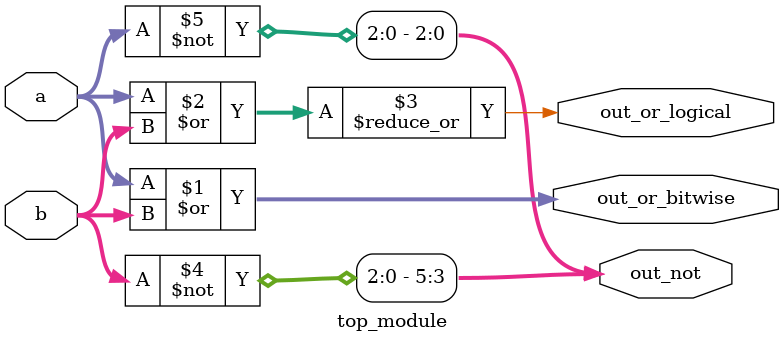
<source format=sv>
module top_module(
	input [2:0] a, 
	input [2:0] b, 
	output [2:0] out_or_bitwise,
	output out_or_logical,
	output [5:0] out_not
);
	// Calculate bitwise OR of the two vectors
	assign out_or_bitwise = a | b;
	
	// Calculate logical OR of the two vectors
	assign out_or_logical = |(a | b);
	
	// Calculate the inverse of b
	assign out_not[5:3] = ~b;
	
	// Calculate the inverse of a
	assign out_not[2:0] = ~a;
endmodule

</source>
